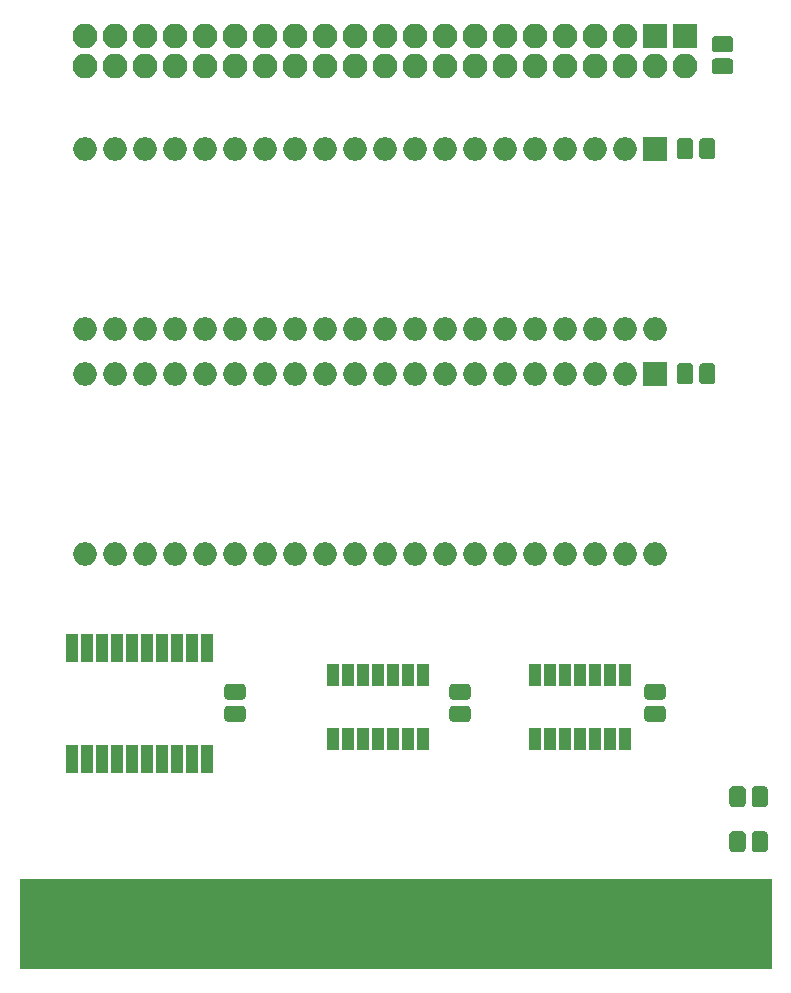
<source format=gts>
%TF.GenerationSoftware,KiCad,Pcbnew,(5.0.0)*%
%TF.CreationDate,2018-09-17T08:33:24-07:00*%
%TF.ProjectId,6522,363532322E6B696361645F7063620000,0.1*%
%TF.SameCoordinates,PX6b302f8PY7fe6300*%
%TF.FileFunction,Soldermask,Top*%
%TF.FilePolarity,Negative*%
%FSLAX46Y46*%
G04 Gerber Fmt 4.6, Leading zero omitted, Abs format (unit mm)*
G04 Created by KiCad (PCBNEW (5.0.0)) date 09/17/18 08:33:24*
%MOMM*%
%LPD*%
G01*
G04 APERTURE LIST*
%ADD10R,2.824000X7.650000*%
%ADD11R,2.100000X2.100000*%
%ADD12O,2.100000X2.100000*%
%ADD13R,2.000000X2.000000*%
%ADD14O,2.000000X2.000000*%
%ADD15R,1.000000X2.350000*%
%ADD16R,1.000000X1.900000*%
%ADD17C,0.100000*%
%ADD18C,1.375000*%
G04 APERTURE END LIST*
D10*
X1397000Y3810000D03*
X3937000Y3810000D03*
X6477000Y3810000D03*
X9017000Y3810000D03*
X11557000Y3810000D03*
X14097000Y3810000D03*
X16637000Y3810000D03*
X19177000Y3810000D03*
X21717000Y3810000D03*
X24257000Y3810000D03*
X26797000Y3810000D03*
X29337000Y3810000D03*
X31877000Y3810000D03*
X34417000Y3810000D03*
X36957000Y3810000D03*
X39497000Y3810000D03*
X42037000Y3810000D03*
X44577000Y3810000D03*
X47117000Y3810000D03*
X49657000Y3810000D03*
X52197000Y3810000D03*
X54737000Y3810000D03*
X57277000Y3810000D03*
X59817000Y3810000D03*
X62357000Y3810000D03*
D11*
X53848000Y78994000D03*
D12*
X53848000Y76454000D03*
X51308000Y78994000D03*
X51308000Y76454000D03*
X48768000Y78994000D03*
X48768000Y76454000D03*
X46228000Y78994000D03*
X46228000Y76454000D03*
X43688000Y78994000D03*
X43688000Y76454000D03*
X41148000Y78994000D03*
X41148000Y76454000D03*
X38608000Y78994000D03*
X38608000Y76454000D03*
X36068000Y78994000D03*
X36068000Y76454000D03*
X33528000Y78994000D03*
X33528000Y76454000D03*
X30988000Y78994000D03*
X30988000Y76454000D03*
X28448000Y78994000D03*
X28448000Y76454000D03*
X25908000Y78994000D03*
X25908000Y76454000D03*
X23368000Y78994000D03*
X23368000Y76454000D03*
X20828000Y78994000D03*
X20828000Y76454000D03*
X18288000Y78994000D03*
X18288000Y76454000D03*
X15748000Y78994000D03*
X15748000Y76454000D03*
X13208000Y78994000D03*
X13208000Y76454000D03*
X10668000Y78994000D03*
X10668000Y76454000D03*
X8128000Y78994000D03*
X8128000Y76454000D03*
X5588000Y78994000D03*
X5588000Y76454000D03*
D13*
X53848000Y69469000D03*
D14*
X5588000Y54229000D03*
X51308000Y69469000D03*
X8128000Y54229000D03*
X48768000Y69469000D03*
X10668000Y54229000D03*
X46228000Y69469000D03*
X13208000Y54229000D03*
X43688000Y69469000D03*
X15748000Y54229000D03*
X41148000Y69469000D03*
X18288000Y54229000D03*
X38608000Y69469000D03*
X20828000Y54229000D03*
X36068000Y69469000D03*
X23368000Y54229000D03*
X33528000Y69469000D03*
X25908000Y54229000D03*
X30988000Y69469000D03*
X28448000Y54229000D03*
X28448000Y69469000D03*
X30988000Y54229000D03*
X25908000Y69469000D03*
X33528000Y54229000D03*
X23368000Y69469000D03*
X36068000Y54229000D03*
X20828000Y69469000D03*
X38608000Y54229000D03*
X18288000Y69469000D03*
X41148000Y54229000D03*
X15748000Y69469000D03*
X43688000Y54229000D03*
X13208000Y69469000D03*
X46228000Y54229000D03*
X10668000Y69469000D03*
X48768000Y54229000D03*
X8128000Y69469000D03*
X51308000Y54229000D03*
X5588000Y69469000D03*
X53848000Y54229000D03*
D11*
X56381542Y78977295D03*
D12*
X56381542Y76437295D03*
D14*
X53848000Y35179000D03*
X5588000Y50419000D03*
X51308000Y35179000D03*
X8128000Y50419000D03*
X48768000Y35179000D03*
X10668000Y50419000D03*
X46228000Y35179000D03*
X13208000Y50419000D03*
X43688000Y35179000D03*
X15748000Y50419000D03*
X41148000Y35179000D03*
X18288000Y50419000D03*
X38608000Y35179000D03*
X20828000Y50419000D03*
X36068000Y35179000D03*
X23368000Y50419000D03*
X33528000Y35179000D03*
X25908000Y50419000D03*
X30988000Y35179000D03*
X28448000Y50419000D03*
X28448000Y35179000D03*
X30988000Y50419000D03*
X25908000Y35179000D03*
X33528000Y50419000D03*
X23368000Y35179000D03*
X36068000Y50419000D03*
X20828000Y35179000D03*
X38608000Y50419000D03*
X18288000Y35179000D03*
X41148000Y50419000D03*
X15748000Y35179000D03*
X43688000Y50419000D03*
X13208000Y35179000D03*
X46228000Y50419000D03*
X10668000Y35179000D03*
X48768000Y50419000D03*
X8128000Y35179000D03*
X51308000Y50419000D03*
X5588000Y35179000D03*
D13*
X53848000Y50419000D03*
D15*
X4445000Y17779000D03*
X5715000Y17779000D03*
X6985000Y17779000D03*
X8255000Y17779000D03*
X9525000Y17779000D03*
X10795000Y17779000D03*
X12065000Y17779000D03*
X13335000Y17779000D03*
X14605000Y17779000D03*
X15875000Y17779000D03*
X15875000Y27179000D03*
X14605000Y27179000D03*
X13335000Y27179000D03*
X12065000Y27179000D03*
X10795000Y27179000D03*
X9525000Y27179000D03*
X8255000Y27179000D03*
X6985000Y27179000D03*
X5715000Y27179000D03*
X4445000Y27179000D03*
D16*
X43688000Y19525000D03*
X44958000Y19525000D03*
X46228000Y19525000D03*
X47498000Y19525000D03*
X48768000Y19525000D03*
X50038000Y19525000D03*
X51308000Y19525000D03*
X51308000Y24925000D03*
X50038000Y24925000D03*
X48768000Y24925000D03*
X47498000Y24925000D03*
X46228000Y24925000D03*
X44958000Y24925000D03*
X43688000Y24925000D03*
X26543000Y24925000D03*
X27813000Y24925000D03*
X29083000Y24925000D03*
X30353000Y24925000D03*
X31623000Y24925000D03*
X32893000Y24925000D03*
X34163000Y24925000D03*
X34163000Y19525000D03*
X32893000Y19525000D03*
X31623000Y19525000D03*
X30353000Y19525000D03*
X29083000Y19525000D03*
X27813000Y19525000D03*
X26543000Y19525000D03*
D17*
G36*
X63085443Y11693345D02*
X63118812Y11688395D01*
X63151535Y11680198D01*
X63183297Y11668834D01*
X63213793Y11654410D01*
X63242727Y11637068D01*
X63269823Y11616972D01*
X63294818Y11594318D01*
X63317472Y11569323D01*
X63337568Y11542227D01*
X63354910Y11513293D01*
X63369334Y11482797D01*
X63380698Y11451035D01*
X63388895Y11418312D01*
X63393845Y11384943D01*
X63395500Y11351250D01*
X63395500Y10238750D01*
X63393845Y10205057D01*
X63388895Y10171688D01*
X63380698Y10138965D01*
X63369334Y10107203D01*
X63354910Y10076707D01*
X63337568Y10047773D01*
X63317472Y10020677D01*
X63294818Y9995682D01*
X63269823Y9973028D01*
X63242727Y9952932D01*
X63213793Y9935590D01*
X63183297Y9921166D01*
X63151535Y9909802D01*
X63118812Y9901605D01*
X63085443Y9896655D01*
X63051750Y9895000D01*
X62364250Y9895000D01*
X62330557Y9896655D01*
X62297188Y9901605D01*
X62264465Y9909802D01*
X62232703Y9921166D01*
X62202207Y9935590D01*
X62173273Y9952932D01*
X62146177Y9973028D01*
X62121182Y9995682D01*
X62098528Y10020677D01*
X62078432Y10047773D01*
X62061090Y10076707D01*
X62046666Y10107203D01*
X62035302Y10138965D01*
X62027105Y10171688D01*
X62022155Y10205057D01*
X62020500Y10238750D01*
X62020500Y11351250D01*
X62022155Y11384943D01*
X62027105Y11418312D01*
X62035302Y11451035D01*
X62046666Y11482797D01*
X62061090Y11513293D01*
X62078432Y11542227D01*
X62098528Y11569323D01*
X62121182Y11594318D01*
X62146177Y11616972D01*
X62173273Y11637068D01*
X62202207Y11654410D01*
X62232703Y11668834D01*
X62264465Y11680198D01*
X62297188Y11688395D01*
X62330557Y11693345D01*
X62364250Y11695000D01*
X63051750Y11695000D01*
X63085443Y11693345D01*
X63085443Y11693345D01*
G37*
D18*
X62708000Y10795000D03*
D17*
G36*
X61210443Y11693345D02*
X61243812Y11688395D01*
X61276535Y11680198D01*
X61308297Y11668834D01*
X61338793Y11654410D01*
X61367727Y11637068D01*
X61394823Y11616972D01*
X61419818Y11594318D01*
X61442472Y11569323D01*
X61462568Y11542227D01*
X61479910Y11513293D01*
X61494334Y11482797D01*
X61505698Y11451035D01*
X61513895Y11418312D01*
X61518845Y11384943D01*
X61520500Y11351250D01*
X61520500Y10238750D01*
X61518845Y10205057D01*
X61513895Y10171688D01*
X61505698Y10138965D01*
X61494334Y10107203D01*
X61479910Y10076707D01*
X61462568Y10047773D01*
X61442472Y10020677D01*
X61419818Y9995682D01*
X61394823Y9973028D01*
X61367727Y9952932D01*
X61338793Y9935590D01*
X61308297Y9921166D01*
X61276535Y9909802D01*
X61243812Y9901605D01*
X61210443Y9896655D01*
X61176750Y9895000D01*
X60489250Y9895000D01*
X60455557Y9896655D01*
X60422188Y9901605D01*
X60389465Y9909802D01*
X60357703Y9921166D01*
X60327207Y9935590D01*
X60298273Y9952932D01*
X60271177Y9973028D01*
X60246182Y9995682D01*
X60223528Y10020677D01*
X60203432Y10047773D01*
X60186090Y10076707D01*
X60171666Y10107203D01*
X60160302Y10138965D01*
X60152105Y10171688D01*
X60147155Y10205057D01*
X60145500Y10238750D01*
X60145500Y11351250D01*
X60147155Y11384943D01*
X60152105Y11418312D01*
X60160302Y11451035D01*
X60171666Y11482797D01*
X60186090Y11513293D01*
X60203432Y11542227D01*
X60223528Y11569323D01*
X60246182Y11594318D01*
X60271177Y11616972D01*
X60298273Y11637068D01*
X60327207Y11654410D01*
X60357703Y11668834D01*
X60389465Y11680198D01*
X60422188Y11688395D01*
X60455557Y11693345D01*
X60489250Y11695000D01*
X61176750Y11695000D01*
X61210443Y11693345D01*
X61210443Y11693345D01*
G37*
D18*
X60833000Y10795000D03*
D17*
G36*
X63085443Y15503345D02*
X63118812Y15498395D01*
X63151535Y15490198D01*
X63183297Y15478834D01*
X63213793Y15464410D01*
X63242727Y15447068D01*
X63269823Y15426972D01*
X63294818Y15404318D01*
X63317472Y15379323D01*
X63337568Y15352227D01*
X63354910Y15323293D01*
X63369334Y15292797D01*
X63380698Y15261035D01*
X63388895Y15228312D01*
X63393845Y15194943D01*
X63395500Y15161250D01*
X63395500Y14048750D01*
X63393845Y14015057D01*
X63388895Y13981688D01*
X63380698Y13948965D01*
X63369334Y13917203D01*
X63354910Y13886707D01*
X63337568Y13857773D01*
X63317472Y13830677D01*
X63294818Y13805682D01*
X63269823Y13783028D01*
X63242727Y13762932D01*
X63213793Y13745590D01*
X63183297Y13731166D01*
X63151535Y13719802D01*
X63118812Y13711605D01*
X63085443Y13706655D01*
X63051750Y13705000D01*
X62364250Y13705000D01*
X62330557Y13706655D01*
X62297188Y13711605D01*
X62264465Y13719802D01*
X62232703Y13731166D01*
X62202207Y13745590D01*
X62173273Y13762932D01*
X62146177Y13783028D01*
X62121182Y13805682D01*
X62098528Y13830677D01*
X62078432Y13857773D01*
X62061090Y13886707D01*
X62046666Y13917203D01*
X62035302Y13948965D01*
X62027105Y13981688D01*
X62022155Y14015057D01*
X62020500Y14048750D01*
X62020500Y15161250D01*
X62022155Y15194943D01*
X62027105Y15228312D01*
X62035302Y15261035D01*
X62046666Y15292797D01*
X62061090Y15323293D01*
X62078432Y15352227D01*
X62098528Y15379323D01*
X62121182Y15404318D01*
X62146177Y15426972D01*
X62173273Y15447068D01*
X62202207Y15464410D01*
X62232703Y15478834D01*
X62264465Y15490198D01*
X62297188Y15498395D01*
X62330557Y15503345D01*
X62364250Y15505000D01*
X63051750Y15505000D01*
X63085443Y15503345D01*
X63085443Y15503345D01*
G37*
D18*
X62708000Y14605000D03*
D17*
G36*
X61210443Y15503345D02*
X61243812Y15498395D01*
X61276535Y15490198D01*
X61308297Y15478834D01*
X61338793Y15464410D01*
X61367727Y15447068D01*
X61394823Y15426972D01*
X61419818Y15404318D01*
X61442472Y15379323D01*
X61462568Y15352227D01*
X61479910Y15323293D01*
X61494334Y15292797D01*
X61505698Y15261035D01*
X61513895Y15228312D01*
X61518845Y15194943D01*
X61520500Y15161250D01*
X61520500Y14048750D01*
X61518845Y14015057D01*
X61513895Y13981688D01*
X61505698Y13948965D01*
X61494334Y13917203D01*
X61479910Y13886707D01*
X61462568Y13857773D01*
X61442472Y13830677D01*
X61419818Y13805682D01*
X61394823Y13783028D01*
X61367727Y13762932D01*
X61338793Y13745590D01*
X61308297Y13731166D01*
X61276535Y13719802D01*
X61243812Y13711605D01*
X61210443Y13706655D01*
X61176750Y13705000D01*
X60489250Y13705000D01*
X60455557Y13706655D01*
X60422188Y13711605D01*
X60389465Y13719802D01*
X60357703Y13731166D01*
X60327207Y13745590D01*
X60298273Y13762932D01*
X60271177Y13783028D01*
X60246182Y13805682D01*
X60223528Y13830677D01*
X60203432Y13857773D01*
X60186090Y13886707D01*
X60171666Y13917203D01*
X60160302Y13948965D01*
X60152105Y13981688D01*
X60147155Y14015057D01*
X60145500Y14048750D01*
X60145500Y15161250D01*
X60147155Y15194943D01*
X60152105Y15228312D01*
X60160302Y15261035D01*
X60171666Y15292797D01*
X60186090Y15323293D01*
X60203432Y15352227D01*
X60223528Y15379323D01*
X60246182Y15404318D01*
X60271177Y15426972D01*
X60298273Y15447068D01*
X60327207Y15464410D01*
X60357703Y15478834D01*
X60389465Y15490198D01*
X60422188Y15498395D01*
X60455557Y15503345D01*
X60489250Y15505000D01*
X61176750Y15505000D01*
X61210443Y15503345D01*
X61210443Y15503345D01*
G37*
D18*
X60833000Y14605000D03*
D17*
G36*
X18877943Y24180845D02*
X18911312Y24175895D01*
X18944035Y24167698D01*
X18975797Y24156334D01*
X19006293Y24141910D01*
X19035227Y24124568D01*
X19062323Y24104472D01*
X19087318Y24081818D01*
X19109972Y24056823D01*
X19130068Y24029727D01*
X19147410Y24000793D01*
X19161834Y23970297D01*
X19173198Y23938535D01*
X19181395Y23905812D01*
X19186345Y23872443D01*
X19188000Y23838750D01*
X19188000Y23151250D01*
X19186345Y23117557D01*
X19181395Y23084188D01*
X19173198Y23051465D01*
X19161834Y23019703D01*
X19147410Y22989207D01*
X19130068Y22960273D01*
X19109972Y22933177D01*
X19087318Y22908182D01*
X19062323Y22885528D01*
X19035227Y22865432D01*
X19006293Y22848090D01*
X18975797Y22833666D01*
X18944035Y22822302D01*
X18911312Y22814105D01*
X18877943Y22809155D01*
X18844250Y22807500D01*
X17731750Y22807500D01*
X17698057Y22809155D01*
X17664688Y22814105D01*
X17631965Y22822302D01*
X17600203Y22833666D01*
X17569707Y22848090D01*
X17540773Y22865432D01*
X17513677Y22885528D01*
X17488682Y22908182D01*
X17466028Y22933177D01*
X17445932Y22960273D01*
X17428590Y22989207D01*
X17414166Y23019703D01*
X17402802Y23051465D01*
X17394605Y23084188D01*
X17389655Y23117557D01*
X17388000Y23151250D01*
X17388000Y23838750D01*
X17389655Y23872443D01*
X17394605Y23905812D01*
X17402802Y23938535D01*
X17414166Y23970297D01*
X17428590Y24000793D01*
X17445932Y24029727D01*
X17466028Y24056823D01*
X17488682Y24081818D01*
X17513677Y24104472D01*
X17540773Y24124568D01*
X17569707Y24141910D01*
X17600203Y24156334D01*
X17631965Y24167698D01*
X17664688Y24175895D01*
X17698057Y24180845D01*
X17731750Y24182500D01*
X18844250Y24182500D01*
X18877943Y24180845D01*
X18877943Y24180845D01*
G37*
D18*
X18288000Y23495000D03*
D17*
G36*
X18877943Y22305845D02*
X18911312Y22300895D01*
X18944035Y22292698D01*
X18975797Y22281334D01*
X19006293Y22266910D01*
X19035227Y22249568D01*
X19062323Y22229472D01*
X19087318Y22206818D01*
X19109972Y22181823D01*
X19130068Y22154727D01*
X19147410Y22125793D01*
X19161834Y22095297D01*
X19173198Y22063535D01*
X19181395Y22030812D01*
X19186345Y21997443D01*
X19188000Y21963750D01*
X19188000Y21276250D01*
X19186345Y21242557D01*
X19181395Y21209188D01*
X19173198Y21176465D01*
X19161834Y21144703D01*
X19147410Y21114207D01*
X19130068Y21085273D01*
X19109972Y21058177D01*
X19087318Y21033182D01*
X19062323Y21010528D01*
X19035227Y20990432D01*
X19006293Y20973090D01*
X18975797Y20958666D01*
X18944035Y20947302D01*
X18911312Y20939105D01*
X18877943Y20934155D01*
X18844250Y20932500D01*
X17731750Y20932500D01*
X17698057Y20934155D01*
X17664688Y20939105D01*
X17631965Y20947302D01*
X17600203Y20958666D01*
X17569707Y20973090D01*
X17540773Y20990432D01*
X17513677Y21010528D01*
X17488682Y21033182D01*
X17466028Y21058177D01*
X17445932Y21085273D01*
X17428590Y21114207D01*
X17414166Y21144703D01*
X17402802Y21176465D01*
X17394605Y21209188D01*
X17389655Y21242557D01*
X17388000Y21276250D01*
X17388000Y21963750D01*
X17389655Y21997443D01*
X17394605Y22030812D01*
X17402802Y22063535D01*
X17414166Y22095297D01*
X17428590Y22125793D01*
X17445932Y22154727D01*
X17466028Y22181823D01*
X17488682Y22206818D01*
X17513677Y22229472D01*
X17540773Y22249568D01*
X17569707Y22266910D01*
X17600203Y22281334D01*
X17631965Y22292698D01*
X17664688Y22300895D01*
X17698057Y22305845D01*
X17731750Y22307500D01*
X18844250Y22307500D01*
X18877943Y22305845D01*
X18877943Y22305845D01*
G37*
D18*
X18288000Y21620000D03*
D17*
G36*
X37927943Y22305845D02*
X37961312Y22300895D01*
X37994035Y22292698D01*
X38025797Y22281334D01*
X38056293Y22266910D01*
X38085227Y22249568D01*
X38112323Y22229472D01*
X38137318Y22206818D01*
X38159972Y22181823D01*
X38180068Y22154727D01*
X38197410Y22125793D01*
X38211834Y22095297D01*
X38223198Y22063535D01*
X38231395Y22030812D01*
X38236345Y21997443D01*
X38238000Y21963750D01*
X38238000Y21276250D01*
X38236345Y21242557D01*
X38231395Y21209188D01*
X38223198Y21176465D01*
X38211834Y21144703D01*
X38197410Y21114207D01*
X38180068Y21085273D01*
X38159972Y21058177D01*
X38137318Y21033182D01*
X38112323Y21010528D01*
X38085227Y20990432D01*
X38056293Y20973090D01*
X38025797Y20958666D01*
X37994035Y20947302D01*
X37961312Y20939105D01*
X37927943Y20934155D01*
X37894250Y20932500D01*
X36781750Y20932500D01*
X36748057Y20934155D01*
X36714688Y20939105D01*
X36681965Y20947302D01*
X36650203Y20958666D01*
X36619707Y20973090D01*
X36590773Y20990432D01*
X36563677Y21010528D01*
X36538682Y21033182D01*
X36516028Y21058177D01*
X36495932Y21085273D01*
X36478590Y21114207D01*
X36464166Y21144703D01*
X36452802Y21176465D01*
X36444605Y21209188D01*
X36439655Y21242557D01*
X36438000Y21276250D01*
X36438000Y21963750D01*
X36439655Y21997443D01*
X36444605Y22030812D01*
X36452802Y22063535D01*
X36464166Y22095297D01*
X36478590Y22125793D01*
X36495932Y22154727D01*
X36516028Y22181823D01*
X36538682Y22206818D01*
X36563677Y22229472D01*
X36590773Y22249568D01*
X36619707Y22266910D01*
X36650203Y22281334D01*
X36681965Y22292698D01*
X36714688Y22300895D01*
X36748057Y22305845D01*
X36781750Y22307500D01*
X37894250Y22307500D01*
X37927943Y22305845D01*
X37927943Y22305845D01*
G37*
D18*
X37338000Y21620000D03*
D17*
G36*
X37927943Y24180845D02*
X37961312Y24175895D01*
X37994035Y24167698D01*
X38025797Y24156334D01*
X38056293Y24141910D01*
X38085227Y24124568D01*
X38112323Y24104472D01*
X38137318Y24081818D01*
X38159972Y24056823D01*
X38180068Y24029727D01*
X38197410Y24000793D01*
X38211834Y23970297D01*
X38223198Y23938535D01*
X38231395Y23905812D01*
X38236345Y23872443D01*
X38238000Y23838750D01*
X38238000Y23151250D01*
X38236345Y23117557D01*
X38231395Y23084188D01*
X38223198Y23051465D01*
X38211834Y23019703D01*
X38197410Y22989207D01*
X38180068Y22960273D01*
X38159972Y22933177D01*
X38137318Y22908182D01*
X38112323Y22885528D01*
X38085227Y22865432D01*
X38056293Y22848090D01*
X38025797Y22833666D01*
X37994035Y22822302D01*
X37961312Y22814105D01*
X37927943Y22809155D01*
X37894250Y22807500D01*
X36781750Y22807500D01*
X36748057Y22809155D01*
X36714688Y22814105D01*
X36681965Y22822302D01*
X36650203Y22833666D01*
X36619707Y22848090D01*
X36590773Y22865432D01*
X36563677Y22885528D01*
X36538682Y22908182D01*
X36516028Y22933177D01*
X36495932Y22960273D01*
X36478590Y22989207D01*
X36464166Y23019703D01*
X36452802Y23051465D01*
X36444605Y23084188D01*
X36439655Y23117557D01*
X36438000Y23151250D01*
X36438000Y23838750D01*
X36439655Y23872443D01*
X36444605Y23905812D01*
X36452802Y23938535D01*
X36464166Y23970297D01*
X36478590Y24000793D01*
X36495932Y24029727D01*
X36516028Y24056823D01*
X36538682Y24081818D01*
X36563677Y24104472D01*
X36590773Y24124568D01*
X36619707Y24141910D01*
X36650203Y24156334D01*
X36681965Y24167698D01*
X36714688Y24175895D01*
X36748057Y24180845D01*
X36781750Y24182500D01*
X37894250Y24182500D01*
X37927943Y24180845D01*
X37927943Y24180845D01*
G37*
D18*
X37338000Y23495000D03*
D17*
G36*
X54437943Y24180845D02*
X54471312Y24175895D01*
X54504035Y24167698D01*
X54535797Y24156334D01*
X54566293Y24141910D01*
X54595227Y24124568D01*
X54622323Y24104472D01*
X54647318Y24081818D01*
X54669972Y24056823D01*
X54690068Y24029727D01*
X54707410Y24000793D01*
X54721834Y23970297D01*
X54733198Y23938535D01*
X54741395Y23905812D01*
X54746345Y23872443D01*
X54748000Y23838750D01*
X54748000Y23151250D01*
X54746345Y23117557D01*
X54741395Y23084188D01*
X54733198Y23051465D01*
X54721834Y23019703D01*
X54707410Y22989207D01*
X54690068Y22960273D01*
X54669972Y22933177D01*
X54647318Y22908182D01*
X54622323Y22885528D01*
X54595227Y22865432D01*
X54566293Y22848090D01*
X54535797Y22833666D01*
X54504035Y22822302D01*
X54471312Y22814105D01*
X54437943Y22809155D01*
X54404250Y22807500D01*
X53291750Y22807500D01*
X53258057Y22809155D01*
X53224688Y22814105D01*
X53191965Y22822302D01*
X53160203Y22833666D01*
X53129707Y22848090D01*
X53100773Y22865432D01*
X53073677Y22885528D01*
X53048682Y22908182D01*
X53026028Y22933177D01*
X53005932Y22960273D01*
X52988590Y22989207D01*
X52974166Y23019703D01*
X52962802Y23051465D01*
X52954605Y23084188D01*
X52949655Y23117557D01*
X52948000Y23151250D01*
X52948000Y23838750D01*
X52949655Y23872443D01*
X52954605Y23905812D01*
X52962802Y23938535D01*
X52974166Y23970297D01*
X52988590Y24000793D01*
X53005932Y24029727D01*
X53026028Y24056823D01*
X53048682Y24081818D01*
X53073677Y24104472D01*
X53100773Y24124568D01*
X53129707Y24141910D01*
X53160203Y24156334D01*
X53191965Y24167698D01*
X53224688Y24175895D01*
X53258057Y24180845D01*
X53291750Y24182500D01*
X54404250Y24182500D01*
X54437943Y24180845D01*
X54437943Y24180845D01*
G37*
D18*
X53848000Y23495000D03*
D17*
G36*
X54437943Y22305845D02*
X54471312Y22300895D01*
X54504035Y22292698D01*
X54535797Y22281334D01*
X54566293Y22266910D01*
X54595227Y22249568D01*
X54622323Y22229472D01*
X54647318Y22206818D01*
X54669972Y22181823D01*
X54690068Y22154727D01*
X54707410Y22125793D01*
X54721834Y22095297D01*
X54733198Y22063535D01*
X54741395Y22030812D01*
X54746345Y21997443D01*
X54748000Y21963750D01*
X54748000Y21276250D01*
X54746345Y21242557D01*
X54741395Y21209188D01*
X54733198Y21176465D01*
X54721834Y21144703D01*
X54707410Y21114207D01*
X54690068Y21085273D01*
X54669972Y21058177D01*
X54647318Y21033182D01*
X54622323Y21010528D01*
X54595227Y20990432D01*
X54566293Y20973090D01*
X54535797Y20958666D01*
X54504035Y20947302D01*
X54471312Y20939105D01*
X54437943Y20934155D01*
X54404250Y20932500D01*
X53291750Y20932500D01*
X53258057Y20934155D01*
X53224688Y20939105D01*
X53191965Y20947302D01*
X53160203Y20958666D01*
X53129707Y20973090D01*
X53100773Y20990432D01*
X53073677Y21010528D01*
X53048682Y21033182D01*
X53026028Y21058177D01*
X53005932Y21085273D01*
X52988590Y21114207D01*
X52974166Y21144703D01*
X52962802Y21176465D01*
X52954605Y21209188D01*
X52949655Y21242557D01*
X52948000Y21276250D01*
X52948000Y21963750D01*
X52949655Y21997443D01*
X52954605Y22030812D01*
X52962802Y22063535D01*
X52974166Y22095297D01*
X52988590Y22125793D01*
X53005932Y22154727D01*
X53026028Y22181823D01*
X53048682Y22206818D01*
X53073677Y22229472D01*
X53100773Y22249568D01*
X53129707Y22266910D01*
X53160203Y22281334D01*
X53191965Y22292698D01*
X53224688Y22300895D01*
X53258057Y22305845D01*
X53291750Y22307500D01*
X54404250Y22307500D01*
X54437943Y22305845D01*
X54437943Y22305845D01*
G37*
D18*
X53848000Y21620000D03*
D17*
G36*
X56765443Y51317345D02*
X56798812Y51312395D01*
X56831535Y51304198D01*
X56863297Y51292834D01*
X56893793Y51278410D01*
X56922727Y51261068D01*
X56949823Y51240972D01*
X56974818Y51218318D01*
X56997472Y51193323D01*
X57017568Y51166227D01*
X57034910Y51137293D01*
X57049334Y51106797D01*
X57060698Y51075035D01*
X57068895Y51042312D01*
X57073845Y51008943D01*
X57075500Y50975250D01*
X57075500Y49862750D01*
X57073845Y49829057D01*
X57068895Y49795688D01*
X57060698Y49762965D01*
X57049334Y49731203D01*
X57034910Y49700707D01*
X57017568Y49671773D01*
X56997472Y49644677D01*
X56974818Y49619682D01*
X56949823Y49597028D01*
X56922727Y49576932D01*
X56893793Y49559590D01*
X56863297Y49545166D01*
X56831535Y49533802D01*
X56798812Y49525605D01*
X56765443Y49520655D01*
X56731750Y49519000D01*
X56044250Y49519000D01*
X56010557Y49520655D01*
X55977188Y49525605D01*
X55944465Y49533802D01*
X55912703Y49545166D01*
X55882207Y49559590D01*
X55853273Y49576932D01*
X55826177Y49597028D01*
X55801182Y49619682D01*
X55778528Y49644677D01*
X55758432Y49671773D01*
X55741090Y49700707D01*
X55726666Y49731203D01*
X55715302Y49762965D01*
X55707105Y49795688D01*
X55702155Y49829057D01*
X55700500Y49862750D01*
X55700500Y50975250D01*
X55702155Y51008943D01*
X55707105Y51042312D01*
X55715302Y51075035D01*
X55726666Y51106797D01*
X55741090Y51137293D01*
X55758432Y51166227D01*
X55778528Y51193323D01*
X55801182Y51218318D01*
X55826177Y51240972D01*
X55853273Y51261068D01*
X55882207Y51278410D01*
X55912703Y51292834D01*
X55944465Y51304198D01*
X55977188Y51312395D01*
X56010557Y51317345D01*
X56044250Y51319000D01*
X56731750Y51319000D01*
X56765443Y51317345D01*
X56765443Y51317345D01*
G37*
D18*
X56388000Y50419000D03*
D17*
G36*
X58640443Y51317345D02*
X58673812Y51312395D01*
X58706535Y51304198D01*
X58738297Y51292834D01*
X58768793Y51278410D01*
X58797727Y51261068D01*
X58824823Y51240972D01*
X58849818Y51218318D01*
X58872472Y51193323D01*
X58892568Y51166227D01*
X58909910Y51137293D01*
X58924334Y51106797D01*
X58935698Y51075035D01*
X58943895Y51042312D01*
X58948845Y51008943D01*
X58950500Y50975250D01*
X58950500Y49862750D01*
X58948845Y49829057D01*
X58943895Y49795688D01*
X58935698Y49762965D01*
X58924334Y49731203D01*
X58909910Y49700707D01*
X58892568Y49671773D01*
X58872472Y49644677D01*
X58849818Y49619682D01*
X58824823Y49597028D01*
X58797727Y49576932D01*
X58768793Y49559590D01*
X58738297Y49545166D01*
X58706535Y49533802D01*
X58673812Y49525605D01*
X58640443Y49520655D01*
X58606750Y49519000D01*
X57919250Y49519000D01*
X57885557Y49520655D01*
X57852188Y49525605D01*
X57819465Y49533802D01*
X57787703Y49545166D01*
X57757207Y49559590D01*
X57728273Y49576932D01*
X57701177Y49597028D01*
X57676182Y49619682D01*
X57653528Y49644677D01*
X57633432Y49671773D01*
X57616090Y49700707D01*
X57601666Y49731203D01*
X57590302Y49762965D01*
X57582105Y49795688D01*
X57577155Y49829057D01*
X57575500Y49862750D01*
X57575500Y50975250D01*
X57577155Y51008943D01*
X57582105Y51042312D01*
X57590302Y51075035D01*
X57601666Y51106797D01*
X57616090Y51137293D01*
X57633432Y51166227D01*
X57653528Y51193323D01*
X57676182Y51218318D01*
X57701177Y51240972D01*
X57728273Y51261068D01*
X57757207Y51278410D01*
X57787703Y51292834D01*
X57819465Y51304198D01*
X57852188Y51312395D01*
X57885557Y51317345D01*
X57919250Y51319000D01*
X58606750Y51319000D01*
X58640443Y51317345D01*
X58640443Y51317345D01*
G37*
D18*
X58263000Y50419000D03*
D17*
G36*
X58640443Y70367345D02*
X58673812Y70362395D01*
X58706535Y70354198D01*
X58738297Y70342834D01*
X58768793Y70328410D01*
X58797727Y70311068D01*
X58824823Y70290972D01*
X58849818Y70268318D01*
X58872472Y70243323D01*
X58892568Y70216227D01*
X58909910Y70187293D01*
X58924334Y70156797D01*
X58935698Y70125035D01*
X58943895Y70092312D01*
X58948845Y70058943D01*
X58950500Y70025250D01*
X58950500Y68912750D01*
X58948845Y68879057D01*
X58943895Y68845688D01*
X58935698Y68812965D01*
X58924334Y68781203D01*
X58909910Y68750707D01*
X58892568Y68721773D01*
X58872472Y68694677D01*
X58849818Y68669682D01*
X58824823Y68647028D01*
X58797727Y68626932D01*
X58768793Y68609590D01*
X58738297Y68595166D01*
X58706535Y68583802D01*
X58673812Y68575605D01*
X58640443Y68570655D01*
X58606750Y68569000D01*
X57919250Y68569000D01*
X57885557Y68570655D01*
X57852188Y68575605D01*
X57819465Y68583802D01*
X57787703Y68595166D01*
X57757207Y68609590D01*
X57728273Y68626932D01*
X57701177Y68647028D01*
X57676182Y68669682D01*
X57653528Y68694677D01*
X57633432Y68721773D01*
X57616090Y68750707D01*
X57601666Y68781203D01*
X57590302Y68812965D01*
X57582105Y68845688D01*
X57577155Y68879057D01*
X57575500Y68912750D01*
X57575500Y70025250D01*
X57577155Y70058943D01*
X57582105Y70092312D01*
X57590302Y70125035D01*
X57601666Y70156797D01*
X57616090Y70187293D01*
X57633432Y70216227D01*
X57653528Y70243323D01*
X57676182Y70268318D01*
X57701177Y70290972D01*
X57728273Y70311068D01*
X57757207Y70328410D01*
X57787703Y70342834D01*
X57819465Y70354198D01*
X57852188Y70362395D01*
X57885557Y70367345D01*
X57919250Y70369000D01*
X58606750Y70369000D01*
X58640443Y70367345D01*
X58640443Y70367345D01*
G37*
D18*
X58263000Y69469000D03*
D17*
G36*
X56765443Y70367345D02*
X56798812Y70362395D01*
X56831535Y70354198D01*
X56863297Y70342834D01*
X56893793Y70328410D01*
X56922727Y70311068D01*
X56949823Y70290972D01*
X56974818Y70268318D01*
X56997472Y70243323D01*
X57017568Y70216227D01*
X57034910Y70187293D01*
X57049334Y70156797D01*
X57060698Y70125035D01*
X57068895Y70092312D01*
X57073845Y70058943D01*
X57075500Y70025250D01*
X57075500Y68912750D01*
X57073845Y68879057D01*
X57068895Y68845688D01*
X57060698Y68812965D01*
X57049334Y68781203D01*
X57034910Y68750707D01*
X57017568Y68721773D01*
X56997472Y68694677D01*
X56974818Y68669682D01*
X56949823Y68647028D01*
X56922727Y68626932D01*
X56893793Y68609590D01*
X56863297Y68595166D01*
X56831535Y68583802D01*
X56798812Y68575605D01*
X56765443Y68570655D01*
X56731750Y68569000D01*
X56044250Y68569000D01*
X56010557Y68570655D01*
X55977188Y68575605D01*
X55944465Y68583802D01*
X55912703Y68595166D01*
X55882207Y68609590D01*
X55853273Y68626932D01*
X55826177Y68647028D01*
X55801182Y68669682D01*
X55778528Y68694677D01*
X55758432Y68721773D01*
X55741090Y68750707D01*
X55726666Y68781203D01*
X55715302Y68812965D01*
X55707105Y68845688D01*
X55702155Y68879057D01*
X55700500Y68912750D01*
X55700500Y70025250D01*
X55702155Y70058943D01*
X55707105Y70092312D01*
X55715302Y70125035D01*
X55726666Y70156797D01*
X55741090Y70187293D01*
X55758432Y70216227D01*
X55778528Y70243323D01*
X55801182Y70268318D01*
X55826177Y70290972D01*
X55853273Y70311068D01*
X55882207Y70328410D01*
X55912703Y70342834D01*
X55944465Y70354198D01*
X55977188Y70362395D01*
X56010557Y70367345D01*
X56044250Y70369000D01*
X56731750Y70369000D01*
X56765443Y70367345D01*
X56765443Y70367345D01*
G37*
D18*
X56388000Y69469000D03*
D17*
G36*
X60146485Y78998140D02*
X60179854Y78993190D01*
X60212577Y78984993D01*
X60244339Y78973629D01*
X60274835Y78959205D01*
X60303769Y78941863D01*
X60330865Y78921767D01*
X60355860Y78899113D01*
X60378514Y78874118D01*
X60398610Y78847022D01*
X60415952Y78818088D01*
X60430376Y78787592D01*
X60441740Y78755830D01*
X60449937Y78723107D01*
X60454887Y78689738D01*
X60456542Y78656045D01*
X60456542Y77968545D01*
X60454887Y77934852D01*
X60449937Y77901483D01*
X60441740Y77868760D01*
X60430376Y77836998D01*
X60415952Y77806502D01*
X60398610Y77777568D01*
X60378514Y77750472D01*
X60355860Y77725477D01*
X60330865Y77702823D01*
X60303769Y77682727D01*
X60274835Y77665385D01*
X60244339Y77650961D01*
X60212577Y77639597D01*
X60179854Y77631400D01*
X60146485Y77626450D01*
X60112792Y77624795D01*
X59000292Y77624795D01*
X58966599Y77626450D01*
X58933230Y77631400D01*
X58900507Y77639597D01*
X58868745Y77650961D01*
X58838249Y77665385D01*
X58809315Y77682727D01*
X58782219Y77702823D01*
X58757224Y77725477D01*
X58734570Y77750472D01*
X58714474Y77777568D01*
X58697132Y77806502D01*
X58682708Y77836998D01*
X58671344Y77868760D01*
X58663147Y77901483D01*
X58658197Y77934852D01*
X58656542Y77968545D01*
X58656542Y78656045D01*
X58658197Y78689738D01*
X58663147Y78723107D01*
X58671344Y78755830D01*
X58682708Y78787592D01*
X58697132Y78818088D01*
X58714474Y78847022D01*
X58734570Y78874118D01*
X58757224Y78899113D01*
X58782219Y78921767D01*
X58809315Y78941863D01*
X58838249Y78959205D01*
X58868745Y78973629D01*
X58900507Y78984993D01*
X58933230Y78993190D01*
X58966599Y78998140D01*
X59000292Y78999795D01*
X60112792Y78999795D01*
X60146485Y78998140D01*
X60146485Y78998140D01*
G37*
D18*
X59556542Y78312295D03*
D17*
G36*
X60146485Y77123140D02*
X60179854Y77118190D01*
X60212577Y77109993D01*
X60244339Y77098629D01*
X60274835Y77084205D01*
X60303769Y77066863D01*
X60330865Y77046767D01*
X60355860Y77024113D01*
X60378514Y76999118D01*
X60398610Y76972022D01*
X60415952Y76943088D01*
X60430376Y76912592D01*
X60441740Y76880830D01*
X60449937Y76848107D01*
X60454887Y76814738D01*
X60456542Y76781045D01*
X60456542Y76093545D01*
X60454887Y76059852D01*
X60449937Y76026483D01*
X60441740Y75993760D01*
X60430376Y75961998D01*
X60415952Y75931502D01*
X60398610Y75902568D01*
X60378514Y75875472D01*
X60355860Y75850477D01*
X60330865Y75827823D01*
X60303769Y75807727D01*
X60274835Y75790385D01*
X60244339Y75775961D01*
X60212577Y75764597D01*
X60179854Y75756400D01*
X60146485Y75751450D01*
X60112792Y75749795D01*
X59000292Y75749795D01*
X58966599Y75751450D01*
X58933230Y75756400D01*
X58900507Y75764597D01*
X58868745Y75775961D01*
X58838249Y75790385D01*
X58809315Y75807727D01*
X58782219Y75827823D01*
X58757224Y75850477D01*
X58734570Y75875472D01*
X58714474Y75902568D01*
X58697132Y75931502D01*
X58682708Y75961998D01*
X58671344Y75993760D01*
X58663147Y76026483D01*
X58658197Y76059852D01*
X58656542Y76093545D01*
X58656542Y76781045D01*
X58658197Y76814738D01*
X58663147Y76848107D01*
X58671344Y76880830D01*
X58682708Y76912592D01*
X58697132Y76943088D01*
X58714474Y76972022D01*
X58734570Y76999118D01*
X58757224Y77024113D01*
X58782219Y77046767D01*
X58809315Y77066863D01*
X58838249Y77084205D01*
X58868745Y77098629D01*
X58900507Y77109993D01*
X58933230Y77118190D01*
X58966599Y77123140D01*
X59000292Y77124795D01*
X60112792Y77124795D01*
X60146485Y77123140D01*
X60146485Y77123140D01*
G37*
D18*
X59556542Y76437295D03*
M02*

</source>
